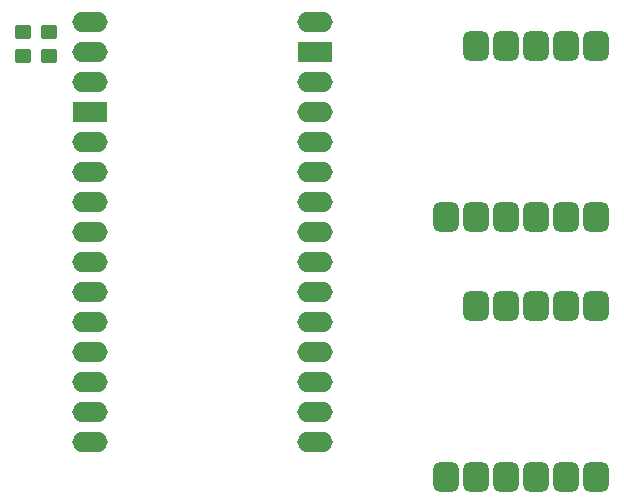
<source format=gbr>
%TF.GenerationSoftware,KiCad,Pcbnew,7.0.8*%
%TF.CreationDate,2024-01-12T01:29:44-08:00*%
%TF.ProjectId,rc_v1,72635f76-312e-46b6-9963-61645f706362,0*%
%TF.SameCoordinates,Original*%
%TF.FileFunction,Paste,Top*%
%TF.FilePolarity,Positive*%
%FSLAX46Y46*%
G04 Gerber Fmt 4.6, Leading zero omitted, Abs format (unit mm)*
G04 Created by KiCad (PCBNEW 7.0.8) date 2024-01-12 01:29:44*
%MOMM*%
%LPD*%
G01*
G04 APERTURE LIST*
G04 Aperture macros list*
%AMRoundRect*
0 Rectangle with rounded corners*
0 $1 Rounding radius*
0 $2 $3 $4 $5 $6 $7 $8 $9 X,Y pos of 4 corners*
0 Add a 4 corners polygon primitive as box body*
4,1,4,$2,$3,$4,$5,$6,$7,$8,$9,$2,$3,0*
0 Add four circle primitives for the rounded corners*
1,1,$1+$1,$2,$3*
1,1,$1+$1,$4,$5*
1,1,$1+$1,$6,$7*
1,1,$1+$1,$8,$9*
0 Add four rect primitives between the rounded corners*
20,1,$1+$1,$2,$3,$4,$5,0*
20,1,$1+$1,$4,$5,$6,$7,0*
20,1,$1+$1,$6,$7,$8,$9,0*
20,1,$1+$1,$8,$9,$2,$3,0*%
G04 Aperture macros list end*
%ADD10RoundRect,0.250000X0.450000X-0.350000X0.450000X0.350000X-0.450000X0.350000X-0.450000X-0.350000X0*%
%ADD11RoundRect,0.550000X-0.550000X-0.700000X0.550000X-0.700000X0.550000X0.700000X-0.550000X0.700000X0*%
%ADD12O,2.997200X1.727200*%
%ADD13R,2.997200X1.727200*%
G04 APERTURE END LIST*
D10*
%TO.C,R4*%
X119995000Y-82585000D03*
X119995000Y-80585000D03*
%TD*%
D11*
%TO.C,U1*%
X153650000Y-96250000D03*
X156190000Y-96250000D03*
X158730000Y-96250000D03*
X161270000Y-96250000D03*
X163810000Y-96250000D03*
X166350000Y-96250000D03*
X166350000Y-81750000D03*
X163810000Y-81750000D03*
X161270000Y-81750000D03*
X158730000Y-81750000D03*
X156190000Y-81750000D03*
%TD*%
D10*
%TO.C,R3*%
X117836000Y-82585000D03*
X117836000Y-80585000D03*
%TD*%
D12*
%TO.C,A1*%
X142525000Y-112700000D03*
X142525000Y-87300000D03*
X142525000Y-107620000D03*
X142525000Y-105080000D03*
X142525000Y-102540000D03*
X142525000Y-100000000D03*
X142525000Y-97460000D03*
X142525000Y-94920000D03*
X142525000Y-92380000D03*
X142525000Y-89840000D03*
X142525000Y-110160000D03*
X142525000Y-84760000D03*
X123475000Y-82220000D03*
X123475000Y-79680000D03*
X123475000Y-89840000D03*
X123475000Y-92380000D03*
X123475000Y-94920000D03*
X123475000Y-97460000D03*
X123475000Y-100000000D03*
X123475000Y-102540000D03*
X123475000Y-105080000D03*
X123475000Y-107620000D03*
X123475000Y-110160000D03*
X123475000Y-112700000D03*
X123475000Y-115240000D03*
X142525000Y-115240000D03*
D13*
X123475000Y-87300000D03*
X142525000Y-82220000D03*
D12*
X123475000Y-84760000D03*
X142525000Y-79680000D03*
%TD*%
D11*
%TO.C,U2*%
X153650000Y-118250000D03*
X156190000Y-118250000D03*
X158730000Y-118250000D03*
X161270000Y-118250000D03*
X163810000Y-118250000D03*
X166350000Y-118250000D03*
X166350000Y-103750000D03*
X163810000Y-103750000D03*
X161270000Y-103750000D03*
X158730000Y-103750000D03*
X156190000Y-103750000D03*
%TD*%
M02*

</source>
